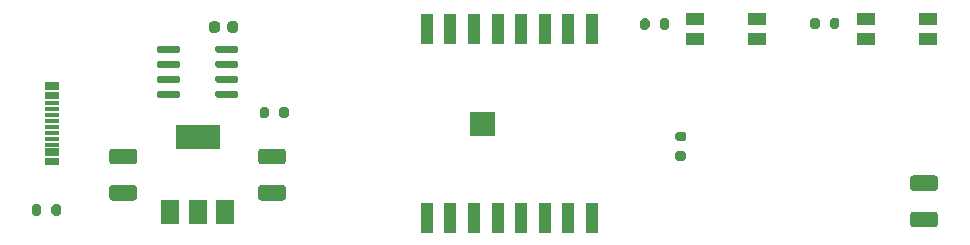
<source format=gbr>
%TF.GenerationSoftware,KiCad,Pcbnew,(5.1.10)-1*%
%TF.CreationDate,2021-05-06T00:31:15+08:00*%
%TF.ProjectId,wifivfd,77696669-7666-4642-9e6b-696361645f70,rev?*%
%TF.SameCoordinates,Original*%
%TF.FileFunction,Paste,Top*%
%TF.FilePolarity,Positive*%
%FSLAX46Y46*%
G04 Gerber Fmt 4.6, Leading zero omitted, Abs format (unit mm)*
G04 Created by KiCad (PCBNEW (5.1.10)-1) date 2021-05-06 00:31:15*
%MOMM*%
%LPD*%
G01*
G04 APERTURE LIST*
%ADD10C,0.010000*%
%ADD11R,1.550000X1.000000*%
%ADD12R,1.100000X2.600000*%
%ADD13R,1.150000X0.300000*%
%ADD14R,3.800000X2.000000*%
%ADD15R,1.500000X2.000000*%
G04 APERTURE END LIST*
D10*
%TO.C,U1*%
G36*
X142859000Y-90966000D02*
G01*
X142859000Y-88966000D01*
X144859000Y-88966000D01*
X144859000Y-90966000D01*
X142859000Y-90966000D01*
G37*
X142859000Y-90966000D02*
X142859000Y-88966000D01*
X144859000Y-88966000D01*
X144859000Y-90966000D01*
X142859000Y-90966000D01*
%TD*%
D11*
%TO.C,Flash*%
X167125000Y-81150000D03*
X161875000Y-81150000D03*
X161875000Y-82850000D03*
X167125000Y-82850000D03*
%TD*%
%TO.C,RST*%
X181625000Y-81150000D03*
X176375000Y-81150000D03*
X176375000Y-82850000D03*
X181625000Y-82850000D03*
%TD*%
D12*
%TO.C,U1*%
X139200000Y-97950000D03*
X141200000Y-97950000D03*
X143200000Y-97950000D03*
X145200000Y-97950000D03*
X147200000Y-97950000D03*
X149200000Y-97950000D03*
X151200000Y-97950000D03*
X153200000Y-97950000D03*
X153200000Y-81950000D03*
X151200000Y-81950000D03*
X149200000Y-81950000D03*
X147200000Y-81950000D03*
X145200000Y-81950000D03*
X143200000Y-81950000D03*
X141200000Y-81950000D03*
X139200000Y-81950000D03*
%TD*%
D13*
%TO.C,Type-C*%
X107470000Y-93050000D03*
X107470000Y-92250000D03*
X107470000Y-91750000D03*
X107470000Y-91250000D03*
X107470000Y-90750000D03*
X107470000Y-90250000D03*
X107470000Y-89750000D03*
X107470000Y-89250000D03*
X107470000Y-88750000D03*
X107470000Y-88250000D03*
X107470000Y-87450000D03*
X107470000Y-86650000D03*
X107470000Y-86950000D03*
X107470000Y-87750000D03*
X107470000Y-92550000D03*
X107470000Y-93350000D03*
%TD*%
%TO.C,U4*%
G36*
G01*
X116350000Y-83845000D02*
X116350000Y-83545000D01*
G75*
G02*
X116500000Y-83395000I150000J0D01*
G01*
X118150000Y-83395000D01*
G75*
G02*
X118300000Y-83545000I0J-150000D01*
G01*
X118300000Y-83845000D01*
G75*
G02*
X118150000Y-83995000I-150000J0D01*
G01*
X116500000Y-83995000D01*
G75*
G02*
X116350000Y-83845000I0J150000D01*
G01*
G37*
G36*
G01*
X116350000Y-85115000D02*
X116350000Y-84815000D01*
G75*
G02*
X116500000Y-84665000I150000J0D01*
G01*
X118150000Y-84665000D01*
G75*
G02*
X118300000Y-84815000I0J-150000D01*
G01*
X118300000Y-85115000D01*
G75*
G02*
X118150000Y-85265000I-150000J0D01*
G01*
X116500000Y-85265000D01*
G75*
G02*
X116350000Y-85115000I0J150000D01*
G01*
G37*
G36*
G01*
X116350000Y-86385000D02*
X116350000Y-86085000D01*
G75*
G02*
X116500000Y-85935000I150000J0D01*
G01*
X118150000Y-85935000D01*
G75*
G02*
X118300000Y-86085000I0J-150000D01*
G01*
X118300000Y-86385000D01*
G75*
G02*
X118150000Y-86535000I-150000J0D01*
G01*
X116500000Y-86535000D01*
G75*
G02*
X116350000Y-86385000I0J150000D01*
G01*
G37*
G36*
G01*
X116350000Y-87655000D02*
X116350000Y-87355000D01*
G75*
G02*
X116500000Y-87205000I150000J0D01*
G01*
X118150000Y-87205000D01*
G75*
G02*
X118300000Y-87355000I0J-150000D01*
G01*
X118300000Y-87655000D01*
G75*
G02*
X118150000Y-87805000I-150000J0D01*
G01*
X116500000Y-87805000D01*
G75*
G02*
X116350000Y-87655000I0J150000D01*
G01*
G37*
G36*
G01*
X121300000Y-87655000D02*
X121300000Y-87355000D01*
G75*
G02*
X121450000Y-87205000I150000J0D01*
G01*
X123100000Y-87205000D01*
G75*
G02*
X123250000Y-87355000I0J-150000D01*
G01*
X123250000Y-87655000D01*
G75*
G02*
X123100000Y-87805000I-150000J0D01*
G01*
X121450000Y-87805000D01*
G75*
G02*
X121300000Y-87655000I0J150000D01*
G01*
G37*
G36*
G01*
X121300000Y-86385000D02*
X121300000Y-86085000D01*
G75*
G02*
X121450000Y-85935000I150000J0D01*
G01*
X123100000Y-85935000D01*
G75*
G02*
X123250000Y-86085000I0J-150000D01*
G01*
X123250000Y-86385000D01*
G75*
G02*
X123100000Y-86535000I-150000J0D01*
G01*
X121450000Y-86535000D01*
G75*
G02*
X121300000Y-86385000I0J150000D01*
G01*
G37*
G36*
G01*
X121300000Y-85115000D02*
X121300000Y-84815000D01*
G75*
G02*
X121450000Y-84665000I150000J0D01*
G01*
X123100000Y-84665000D01*
G75*
G02*
X123250000Y-84815000I0J-150000D01*
G01*
X123250000Y-85115000D01*
G75*
G02*
X123100000Y-85265000I-150000J0D01*
G01*
X121450000Y-85265000D01*
G75*
G02*
X121300000Y-85115000I0J150000D01*
G01*
G37*
G36*
G01*
X121300000Y-83845000D02*
X121300000Y-83545000D01*
G75*
G02*
X121450000Y-83395000I150000J0D01*
G01*
X123100000Y-83395000D01*
G75*
G02*
X123250000Y-83545000I0J-150000D01*
G01*
X123250000Y-83845000D01*
G75*
G02*
X123100000Y-83995000I-150000J0D01*
G01*
X121450000Y-83995000D01*
G75*
G02*
X121300000Y-83845000I0J150000D01*
G01*
G37*
%TD*%
D14*
%TO.C,U2*%
X119800000Y-91150000D03*
D15*
X119800000Y-97450000D03*
X122100000Y-97450000D03*
X117500000Y-97450000D03*
%TD*%
%TO.C,R5*%
G36*
G01*
X160425000Y-90675000D02*
X160975000Y-90675000D01*
G75*
G02*
X161175000Y-90875000I0J-200000D01*
G01*
X161175000Y-91275000D01*
G75*
G02*
X160975000Y-91475000I-200000J0D01*
G01*
X160425000Y-91475000D01*
G75*
G02*
X160225000Y-91275000I0J200000D01*
G01*
X160225000Y-90875000D01*
G75*
G02*
X160425000Y-90675000I200000J0D01*
G01*
G37*
G36*
G01*
X160425000Y-92325000D02*
X160975000Y-92325000D01*
G75*
G02*
X161175000Y-92525000I0J-200000D01*
G01*
X161175000Y-92925000D01*
G75*
G02*
X160975000Y-93125000I-200000J0D01*
G01*
X160425000Y-93125000D01*
G75*
G02*
X160225000Y-92925000I0J200000D01*
G01*
X160225000Y-92525000D01*
G75*
G02*
X160425000Y-92325000I200000J0D01*
G01*
G37*
%TD*%
%TO.C,R4*%
G36*
G01*
X157275000Y-81825000D02*
X157275000Y-81275000D01*
G75*
G02*
X157475000Y-81075000I200000J0D01*
G01*
X157875000Y-81075000D01*
G75*
G02*
X158075000Y-81275000I0J-200000D01*
G01*
X158075000Y-81825000D01*
G75*
G02*
X157875000Y-82025000I-200000J0D01*
G01*
X157475000Y-82025000D01*
G75*
G02*
X157275000Y-81825000I0J200000D01*
G01*
G37*
G36*
G01*
X158925000Y-81825000D02*
X158925000Y-81275000D01*
G75*
G02*
X159125000Y-81075000I200000J0D01*
G01*
X159525000Y-81075000D01*
G75*
G02*
X159725000Y-81275000I0J-200000D01*
G01*
X159725000Y-81825000D01*
G75*
G02*
X159525000Y-82025000I-200000J0D01*
G01*
X159125000Y-82025000D01*
G75*
G02*
X158925000Y-81825000I0J200000D01*
G01*
G37*
%TD*%
%TO.C,R3*%
G36*
G01*
X171675000Y-81775000D02*
X171675000Y-81225000D01*
G75*
G02*
X171875000Y-81025000I200000J0D01*
G01*
X172275000Y-81025000D01*
G75*
G02*
X172475000Y-81225000I0J-200000D01*
G01*
X172475000Y-81775000D01*
G75*
G02*
X172275000Y-81975000I-200000J0D01*
G01*
X171875000Y-81975000D01*
G75*
G02*
X171675000Y-81775000I0J200000D01*
G01*
G37*
G36*
G01*
X173325000Y-81775000D02*
X173325000Y-81225000D01*
G75*
G02*
X173525000Y-81025000I200000J0D01*
G01*
X173925000Y-81025000D01*
G75*
G02*
X174125000Y-81225000I0J-200000D01*
G01*
X174125000Y-81775000D01*
G75*
G02*
X173925000Y-81975000I-200000J0D01*
G01*
X173525000Y-81975000D01*
G75*
G02*
X173325000Y-81775000I0J200000D01*
G01*
G37*
%TD*%
%TO.C,R2*%
G36*
G01*
X108225000Y-97025000D02*
X108225000Y-97575000D01*
G75*
G02*
X108025000Y-97775000I-200000J0D01*
G01*
X107625000Y-97775000D01*
G75*
G02*
X107425000Y-97575000I0J200000D01*
G01*
X107425000Y-97025000D01*
G75*
G02*
X107625000Y-96825000I200000J0D01*
G01*
X108025000Y-96825000D01*
G75*
G02*
X108225000Y-97025000I0J-200000D01*
G01*
G37*
G36*
G01*
X106575000Y-97025000D02*
X106575000Y-97575000D01*
G75*
G02*
X106375000Y-97775000I-200000J0D01*
G01*
X105975000Y-97775000D01*
G75*
G02*
X105775000Y-97575000I0J200000D01*
G01*
X105775000Y-97025000D01*
G75*
G02*
X105975000Y-96825000I200000J0D01*
G01*
X106375000Y-96825000D01*
G75*
G02*
X106575000Y-97025000I0J-200000D01*
G01*
G37*
%TD*%
%TO.C,R1*%
G36*
G01*
X127500000Y-88775000D02*
X127500000Y-89325000D01*
G75*
G02*
X127300000Y-89525000I-200000J0D01*
G01*
X126900000Y-89525000D01*
G75*
G02*
X126700000Y-89325000I0J200000D01*
G01*
X126700000Y-88775000D01*
G75*
G02*
X126900000Y-88575000I200000J0D01*
G01*
X127300000Y-88575000D01*
G75*
G02*
X127500000Y-88775000I0J-200000D01*
G01*
G37*
G36*
G01*
X125850000Y-88775000D02*
X125850000Y-89325000D01*
G75*
G02*
X125650000Y-89525000I-200000J0D01*
G01*
X125250000Y-89525000D01*
G75*
G02*
X125050000Y-89325000I0J200000D01*
G01*
X125050000Y-88775000D01*
G75*
G02*
X125250000Y-88575000I200000J0D01*
G01*
X125650000Y-88575000D01*
G75*
G02*
X125850000Y-88775000I0J-200000D01*
G01*
G37*
%TD*%
%TO.C,C4*%
G36*
G01*
X123225000Y-81550000D02*
X123225000Y-82050000D01*
G75*
G02*
X123000000Y-82275000I-225000J0D01*
G01*
X122550000Y-82275000D01*
G75*
G02*
X122325000Y-82050000I0J225000D01*
G01*
X122325000Y-81550000D01*
G75*
G02*
X122550000Y-81325000I225000J0D01*
G01*
X123000000Y-81325000D01*
G75*
G02*
X123225000Y-81550000I0J-225000D01*
G01*
G37*
G36*
G01*
X121675000Y-81550000D02*
X121675000Y-82050000D01*
G75*
G02*
X121450000Y-82275000I-225000J0D01*
G01*
X121000000Y-82275000D01*
G75*
G02*
X120775000Y-82050000I0J225000D01*
G01*
X120775000Y-81550000D01*
G75*
G02*
X121000000Y-81325000I225000J0D01*
G01*
X121450000Y-81325000D01*
G75*
G02*
X121675000Y-81550000I0J-225000D01*
G01*
G37*
%TD*%
%TO.C,C3*%
G36*
G01*
X180374998Y-94362500D02*
X182225002Y-94362500D01*
G75*
G02*
X182475000Y-94612498I0J-249998D01*
G01*
X182475000Y-95437502D01*
G75*
G02*
X182225002Y-95687500I-249998J0D01*
G01*
X180374998Y-95687500D01*
G75*
G02*
X180125000Y-95437502I0J249998D01*
G01*
X180125000Y-94612498D01*
G75*
G02*
X180374998Y-94362500I249998J0D01*
G01*
G37*
G36*
G01*
X180374998Y-97437500D02*
X182225002Y-97437500D01*
G75*
G02*
X182475000Y-97687498I0J-249998D01*
G01*
X182475000Y-98512502D01*
G75*
G02*
X182225002Y-98762500I-249998J0D01*
G01*
X180374998Y-98762500D01*
G75*
G02*
X180125000Y-98512502I0J249998D01*
G01*
X180125000Y-97687498D01*
G75*
G02*
X180374998Y-97437500I249998J0D01*
G01*
G37*
%TD*%
%TO.C,C2*%
G36*
G01*
X114425002Y-96500000D02*
X112574998Y-96500000D01*
G75*
G02*
X112325000Y-96250002I0J249998D01*
G01*
X112325000Y-95424998D01*
G75*
G02*
X112574998Y-95175000I249998J0D01*
G01*
X114425002Y-95175000D01*
G75*
G02*
X114675000Y-95424998I0J-249998D01*
G01*
X114675000Y-96250002D01*
G75*
G02*
X114425002Y-96500000I-249998J0D01*
G01*
G37*
G36*
G01*
X114425002Y-93425000D02*
X112574998Y-93425000D01*
G75*
G02*
X112325000Y-93175002I0J249998D01*
G01*
X112325000Y-92349998D01*
G75*
G02*
X112574998Y-92100000I249998J0D01*
G01*
X114425002Y-92100000D01*
G75*
G02*
X114675000Y-92349998I0J-249998D01*
G01*
X114675000Y-93175002D01*
G75*
G02*
X114425002Y-93425000I-249998J0D01*
G01*
G37*
%TD*%
%TO.C,C1*%
G36*
G01*
X127025002Y-96500000D02*
X125174998Y-96500000D01*
G75*
G02*
X124925000Y-96250002I0J249998D01*
G01*
X124925000Y-95424998D01*
G75*
G02*
X125174998Y-95175000I249998J0D01*
G01*
X127025002Y-95175000D01*
G75*
G02*
X127275000Y-95424998I0J-249998D01*
G01*
X127275000Y-96250002D01*
G75*
G02*
X127025002Y-96500000I-249998J0D01*
G01*
G37*
G36*
G01*
X127025002Y-93425000D02*
X125174998Y-93425000D01*
G75*
G02*
X124925000Y-93175002I0J249998D01*
G01*
X124925000Y-92349998D01*
G75*
G02*
X125174998Y-92100000I249998J0D01*
G01*
X127025002Y-92100000D01*
G75*
G02*
X127275000Y-92349998I0J-249998D01*
G01*
X127275000Y-93175002D01*
G75*
G02*
X127025002Y-93425000I-249998J0D01*
G01*
G37*
%TD*%
M02*

</source>
